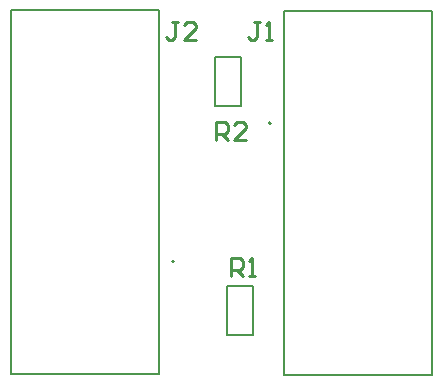
<source format=gto>
G04*
G04 #@! TF.GenerationSoftware,Altium Limited,Altium Designer,23.3.1 (30)*
G04*
G04 Layer_Color=65535*
%FSLAX44Y44*%
%MOMM*%
G71*
G04*
G04 #@! TF.SameCoordinates,76A79344-5F6B-422E-BE8F-9E7FAC5EEE27*
G04*
G04*
G04 #@! TF.FilePolarity,Positive*
G04*
G01*
G75*
%ADD10C,0.2000*%
%ADD11C,0.1270*%
%ADD12C,0.2540*%
D10*
X199700Y99450D02*
G03*
X199700Y99450I-1000J0D01*
G01*
X281500Y216650D02*
G03*
X281500Y216650I-1000J0D01*
G01*
X234000Y231500D02*
Y272500D01*
Y231500D02*
X256000D01*
Y272500D01*
X234000D02*
X256000D01*
X266000Y37500D02*
Y78500D01*
X244000D02*
X266000D01*
X244000Y37500D02*
Y78500D01*
Y37500D02*
X266000D01*
D11*
X61700Y312700D02*
X186700D01*
X61700Y4600D02*
Y312700D01*
Y4600D02*
X186700D01*
Y312700D01*
X292500Y3400D02*
X417500D01*
Y311500D01*
X292500D02*
X417500D01*
X292500Y3400D02*
Y311500D01*
D12*
X234804Y202383D02*
Y217617D01*
X242422D01*
X244961Y215078D01*
Y210000D01*
X242422Y207461D01*
X234804D01*
X239883D02*
X244961Y202383D01*
X260196D02*
X250039D01*
X260196Y212539D01*
Y215078D01*
X257657Y217617D01*
X252578D01*
X250039Y215078D01*
X202461Y302617D02*
X197383D01*
X199922D01*
Y289922D01*
X197383Y287383D01*
X194843D01*
X192304Y289922D01*
X217696Y287383D02*
X207539D01*
X217696Y297539D01*
Y300078D01*
X215157Y302617D01*
X210078D01*
X207539Y300078D01*
X272500Y302617D02*
X267422D01*
X269961D01*
Y289922D01*
X267422Y287383D01*
X264883D01*
X262343Y289922D01*
X277578Y287383D02*
X282657D01*
X280117D01*
Y302617D01*
X277578Y300078D01*
X247343Y87382D02*
Y102618D01*
X254961D01*
X257500Y100078D01*
Y95000D01*
X254961Y92461D01*
X247343D01*
X252422D02*
X257500Y87382D01*
X262578D02*
X267657D01*
X265118D01*
Y102618D01*
X262578Y100078D01*
M02*

</source>
